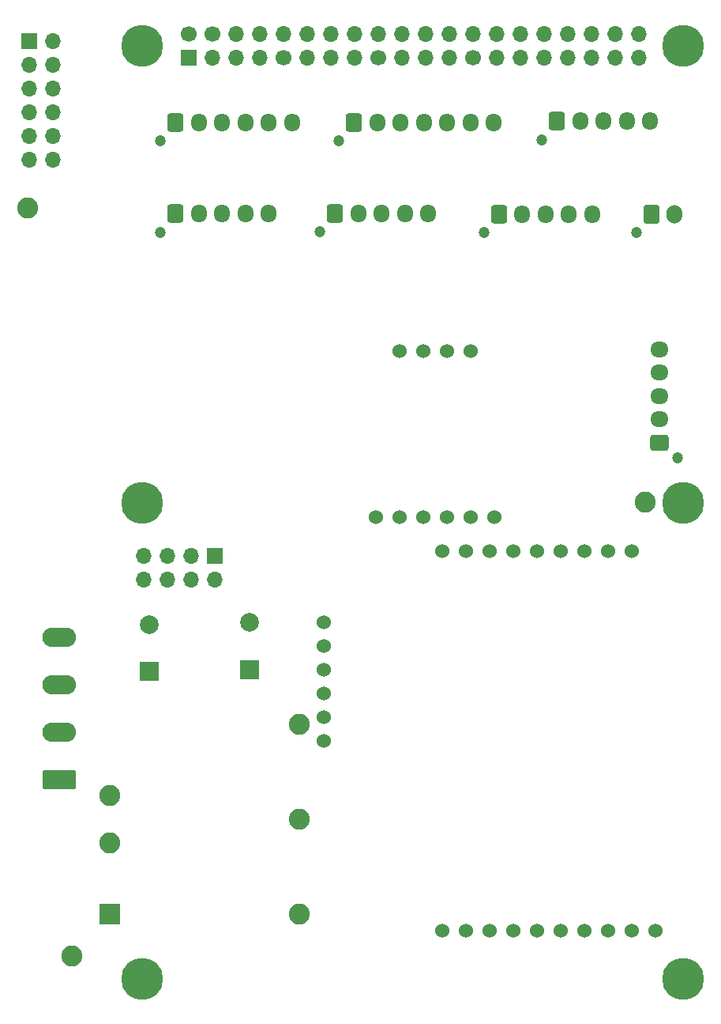
<source format=gbr>
%TF.GenerationSoftware,KiCad,Pcbnew,8.0.6*%
%TF.CreationDate,2025-02-12T15:18:34-05:00*%
%TF.ProjectId,HydroBall,48796472-6f42-4616-9c6c-2e6b69636164,rev?*%
%TF.SameCoordinates,Original*%
%TF.FileFunction,Soldermask,Bot*%
%TF.FilePolarity,Negative*%
%FSLAX46Y46*%
G04 Gerber Fmt 4.6, Leading zero omitted, Abs format (unit mm)*
G04 Created by KiCad (PCBNEW 8.0.6) date 2025-02-12 15:18:34*
%MOMM*%
%LPD*%
G01*
G04 APERTURE LIST*
G04 Aperture macros list*
%AMRoundRect*
0 Rectangle with rounded corners*
0 $1 Rounding radius*
0 $2 $3 $4 $5 $6 $7 $8 $9 X,Y pos of 4 corners*
0 Add a 4 corners polygon primitive as box body*
4,1,4,$2,$3,$4,$5,$6,$7,$8,$9,$2,$3,0*
0 Add four circle primitives for the rounded corners*
1,1,$1+$1,$2,$3*
1,1,$1+$1,$4,$5*
1,1,$1+$1,$6,$7*
1,1,$1+$1,$8,$9*
0 Add four rect primitives between the rounded corners*
20,1,$1+$1,$2,$3,$4,$5,0*
20,1,$1+$1,$4,$5,$6,$7,0*
20,1,$1+$1,$6,$7,$8,$9,0*
20,1,$1+$1,$8,$9,$2,$3,0*%
%AMHorizOval*
0 Thick line with rounded ends*
0 $1 width*
0 $2 $3 position (X,Y) of the first rounded end (center of the circle)*
0 $4 $5 position (X,Y) of the second rounded end (center of the circle)*
0 Add line between two ends*
20,1,$1,$2,$3,$4,$5,0*
0 Add two circle primitives to create the rounded ends*
1,1,$1,$2,$3*
1,1,$1,$4,$5*%
G04 Aperture macros list end*
%ADD10C,1.524000*%
%ADD11C,4.500000*%
%ADD12R,1.700000X1.700000*%
%ADD13O,1.700000X1.700000*%
%ADD14C,1.200000*%
%ADD15RoundRect,0.250000X-0.600000X-0.725000X0.600000X-0.725000X0.600000X0.725000X-0.600000X0.725000X0*%
%ADD16O,1.700000X1.950000*%
%ADD17RoundRect,0.249999X1.550001X-0.790001X1.550001X0.790001X-1.550001X0.790001X-1.550001X-0.790001X0*%
%ADD18O,3.600000X2.080000*%
%ADD19RoundRect,0.250000X0.725000X-0.600000X0.725000X0.600000X-0.725000X0.600000X-0.725000X-0.600000X0*%
%ADD20O,1.950000X1.700000*%
%ADD21RoundRect,0.250000X-0.600000X-0.750000X0.600000X-0.750000X0.600000X0.750000X-0.600000X0.750000X0*%
%ADD22O,1.700000X2.000000*%
%ADD23R,2.000000X2.000000*%
%ADD24C,2.000000*%
%ADD25R,2.250000X2.250000*%
%ADD26C,2.250000*%
%ADD27HorizOval,1.700000X0.000000X0.000000X0.000000X0.000000X0*%
G04 APERTURE END LIST*
D10*
%TO.C,U1*%
X148355000Y-138245000D03*
X150895000Y-138245000D03*
X153435000Y-138245000D03*
X155975000Y-138245000D03*
X158515000Y-138245000D03*
X161055000Y-138245000D03*
X163595000Y-138245000D03*
X166135000Y-138245000D03*
X168675000Y-138245000D03*
X171215000Y-138245000D03*
X148355000Y-97605000D03*
X150895000Y-97605000D03*
X153435000Y-97605000D03*
X155975000Y-97605000D03*
X158515000Y-97605000D03*
X161055000Y-97605000D03*
X163595000Y-97605000D03*
X166135000Y-97605000D03*
X168675000Y-97605000D03*
X135655000Y-105225000D03*
X135655000Y-107765000D03*
X135655000Y-110305000D03*
X135655000Y-112845000D03*
X135655000Y-115385000D03*
X135655000Y-117925000D03*
%TD*%
D11*
%TO.C,H4*%
X116200000Y-143380000D03*
%TD*%
D12*
%TO.C,J14*%
X124000000Y-98100000D03*
D13*
X124000000Y-100640000D03*
X121460000Y-98100000D03*
X121460000Y-100640000D03*
X118920000Y-98100000D03*
X118920000Y-100640000D03*
X116380000Y-98100000D03*
X116380000Y-100640000D03*
%TD*%
D14*
%TO.C,J1*%
X118150000Y-53705000D03*
D15*
X119750000Y-51705000D03*
D16*
X122250000Y-51705000D03*
X124750000Y-51705000D03*
X127250000Y-51705000D03*
X129750000Y-51705000D03*
X132250000Y-51705000D03*
%TD*%
D12*
%TO.C,J11*%
X104050000Y-42975000D03*
D13*
X106590000Y-42975000D03*
X104050000Y-45515000D03*
X106590000Y-45515000D03*
X104050000Y-48055000D03*
X106590000Y-48055000D03*
X104050000Y-50595000D03*
X106590000Y-50595000D03*
X104050000Y-53135000D03*
X106590000Y-53135000D03*
X104050000Y-55675000D03*
X106590000Y-55675000D03*
%TD*%
D17*
%TO.C,J9*%
X107310000Y-122080000D03*
D18*
X107310000Y-117000000D03*
X107310000Y-111920000D03*
X107310000Y-106840000D03*
%TD*%
D14*
%TO.C,J3*%
X159050000Y-53555000D03*
D15*
X160650000Y-51555000D03*
D16*
X163150000Y-51555000D03*
X165650000Y-51555000D03*
X168150000Y-51555000D03*
X170650000Y-51555000D03*
%TD*%
D11*
%TO.C,H5*%
X116200000Y-92480000D03*
%TD*%
%TO.C,H3*%
X174200000Y-43480000D03*
%TD*%
D14*
%TO.C,J5*%
X173600000Y-87580000D03*
D19*
X171600000Y-85980000D03*
D20*
X171600000Y-83480000D03*
X171600000Y-80980000D03*
X171600000Y-78480000D03*
X171600000Y-75980000D03*
%TD*%
D14*
%TO.C,J13*%
X169190000Y-63530000D03*
D21*
X170790000Y-61530000D03*
D22*
X173290000Y-61530000D03*
%TD*%
D14*
%TO.C,J6*%
X118150000Y-63480000D03*
D15*
X119750000Y-61480000D03*
D16*
X122250000Y-61480000D03*
X124750000Y-61480000D03*
X127250000Y-61480000D03*
X129750000Y-61480000D03*
%TD*%
D11*
%TO.C,H2*%
X174200000Y-143380000D03*
%TD*%
D14*
%TO.C,J4*%
X152825000Y-63505000D03*
D15*
X154425000Y-61505000D03*
D16*
X156925000Y-61505000D03*
X159425000Y-61505000D03*
X161925000Y-61505000D03*
X164425000Y-61505000D03*
%TD*%
D14*
%TO.C,J2*%
X137275000Y-53680000D03*
D15*
X138875000Y-51680000D03*
D16*
X141375000Y-51680000D03*
X143875000Y-51680000D03*
X146375000Y-51680000D03*
X148875000Y-51680000D03*
X151375000Y-51680000D03*
X153875000Y-51680000D03*
%TD*%
D10*
%TO.C,U2*%
X141220000Y-94010000D03*
X143760000Y-94010000D03*
X146300000Y-94010000D03*
X148840000Y-94010000D03*
X151380000Y-94010000D03*
X153920000Y-94010000D03*
X151380000Y-76230000D03*
X148840000Y-76230000D03*
X146300000Y-76230000D03*
X143760000Y-76230000D03*
%TD*%
D11*
%TO.C,H6*%
X174200000Y-92480000D03*
%TD*%
D14*
%TO.C,J7*%
X135250000Y-63430000D03*
D15*
X136850000Y-61430000D03*
D16*
X139350000Y-61430000D03*
X141850000Y-61430000D03*
X144350000Y-61430000D03*
X146850000Y-61430000D03*
%TD*%
D11*
%TO.C,H1*%
X116200000Y-43480000D03*
%TD*%
D23*
%TO.C,C5*%
X127730000Y-110270000D03*
D24*
X127730000Y-105270000D03*
%TD*%
D25*
%TO.C,PS1*%
X112695000Y-136435000D03*
D26*
X112695000Y-128815000D03*
X112695000Y-123735000D03*
X133015000Y-116115000D03*
X133015000Y-126275000D03*
X133015000Y-136435000D03*
%TD*%
%TO.C,FID4*%
X170100000Y-92375000D03*
%TD*%
D12*
%TO.C,J8*%
X121200000Y-44750000D03*
D27*
X121200000Y-42210000D03*
D13*
X123740000Y-44750000D03*
D27*
X123740000Y-42210000D03*
D13*
X126280000Y-44750000D03*
X126280000Y-42210000D03*
X128820000Y-44750000D03*
X128820000Y-42210000D03*
D27*
X131360000Y-44750000D03*
D13*
X131360000Y-42210000D03*
X133900000Y-44750000D03*
X133900000Y-42210000D03*
X136440000Y-44750000D03*
X136440000Y-42210000D03*
X138980000Y-44750000D03*
X138980000Y-42210000D03*
D27*
X141520000Y-44750000D03*
D13*
X141520000Y-42210000D03*
X144060000Y-44750000D03*
X144060000Y-42210000D03*
X146600000Y-44750000D03*
X146600000Y-42210000D03*
X149140000Y-44750000D03*
X149140000Y-42210000D03*
D27*
X151680000Y-44750000D03*
D13*
X151680000Y-42210000D03*
X154220000Y-44750000D03*
X154220000Y-42210000D03*
X156760000Y-44750000D03*
X156760000Y-42210000D03*
X159300000Y-44750000D03*
X159300000Y-42210000D03*
X161840000Y-44750000D03*
X161840000Y-42210000D03*
X164380000Y-44750000D03*
X164380000Y-42210000D03*
X166920000Y-44750000D03*
X166920000Y-42210000D03*
X169460000Y-44750000D03*
X169460000Y-42210000D03*
%TD*%
D23*
%TO.C,C9*%
X116970000Y-110520000D03*
D24*
X116970000Y-105520000D03*
%TD*%
D26*
%TO.C,FID6*%
X108625000Y-140975000D03*
%TD*%
%TO.C,FID5*%
X103910000Y-60840000D03*
%TD*%
M02*

</source>
